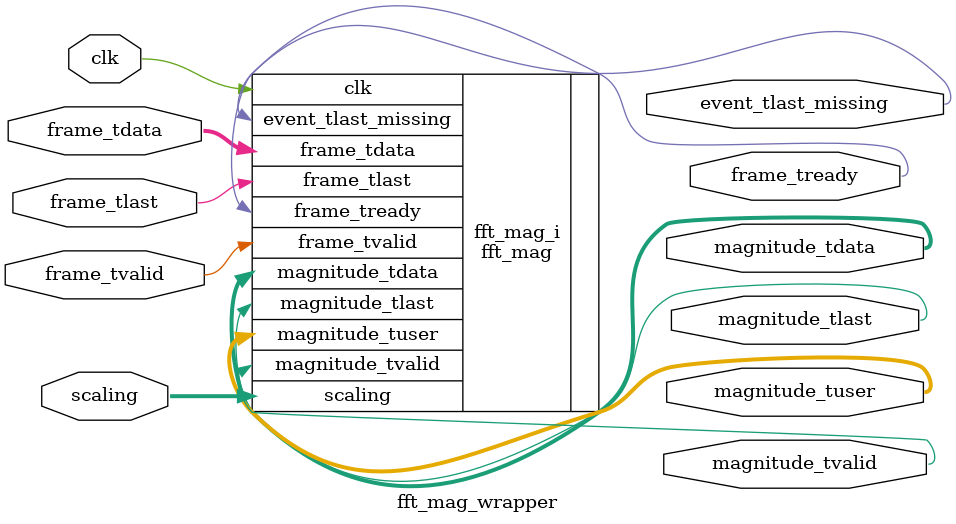
<source format=v>
`timescale 1 ps / 1 ps

module fft_mag_wrapper
   (clk,
    event_tlast_missing,
    frame_tdata,
    frame_tlast,
    frame_tready,
    frame_tvalid,
    magnitude_tdata,
    magnitude_tlast,
    magnitude_tuser,
    magnitude_tvalid,
    scaling);
  input clk;
  output event_tlast_missing;
  input [31:0]frame_tdata;
  input frame_tlast;
  output frame_tready;
  input frame_tvalid;
  output [23:0]magnitude_tdata;
  output magnitude_tlast;
  output [11:0]magnitude_tuser;
  output magnitude_tvalid;
  input [11:0]scaling;

  wire clk;
  wire event_tlast_missing;
  wire [31:0]frame_tdata;
  wire frame_tlast;
  wire frame_tready;
  wire frame_tvalid;
  wire [23:0]magnitude_tdata;
  wire magnitude_tlast;
  wire [11:0]magnitude_tuser;
  wire magnitude_tvalid;
  wire [11:0]scaling;

  fft_mag fft_mag_i
       (.clk(clk),
        .event_tlast_missing(event_tlast_missing),
        .frame_tdata(frame_tdata),
        .frame_tlast(frame_tlast),
        .frame_tready(frame_tready),
        .frame_tvalid(frame_tvalid),
        .magnitude_tdata(magnitude_tdata),
        .magnitude_tlast(magnitude_tlast),
        .magnitude_tuser(magnitude_tuser),
        .magnitude_tvalid(magnitude_tvalid),
        .scaling(scaling));
endmodule

</source>
